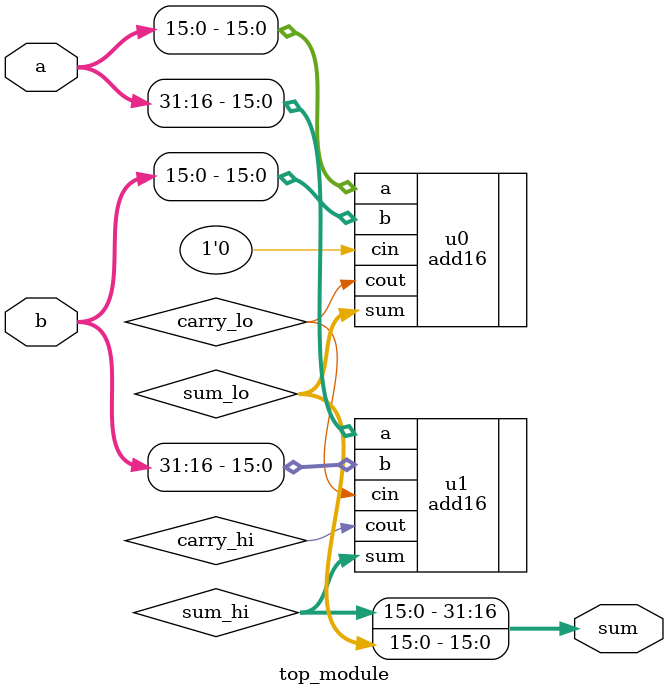
<source format=v>
module top_module(
    input  [31:0] a,
    input  [31:0] b,
    output [31:0] sum
);

    wire [15:0] sum_lo, sum_hi;
    wire carry_lo, carry_hi;

    // Lower 16 bits addition
    add16 u0 (
        .a    (a[15:0]),
        .b    (b[15:0]),
        .cin  (1'b0),
        .sum  (sum_lo),
        .cout (carry_lo)
    );

    // Upper 16 bits addition with carry from lower adder
    add16 u1 (
        .a    (a[31:16]),
        .b    (b[31:16]),
        .cin  (carry_lo),
        .sum  (sum_hi),
        .cout (carry_hi) // ignored
    );

    assign sum = {sum_hi, sum_lo};

endmodule

</source>
